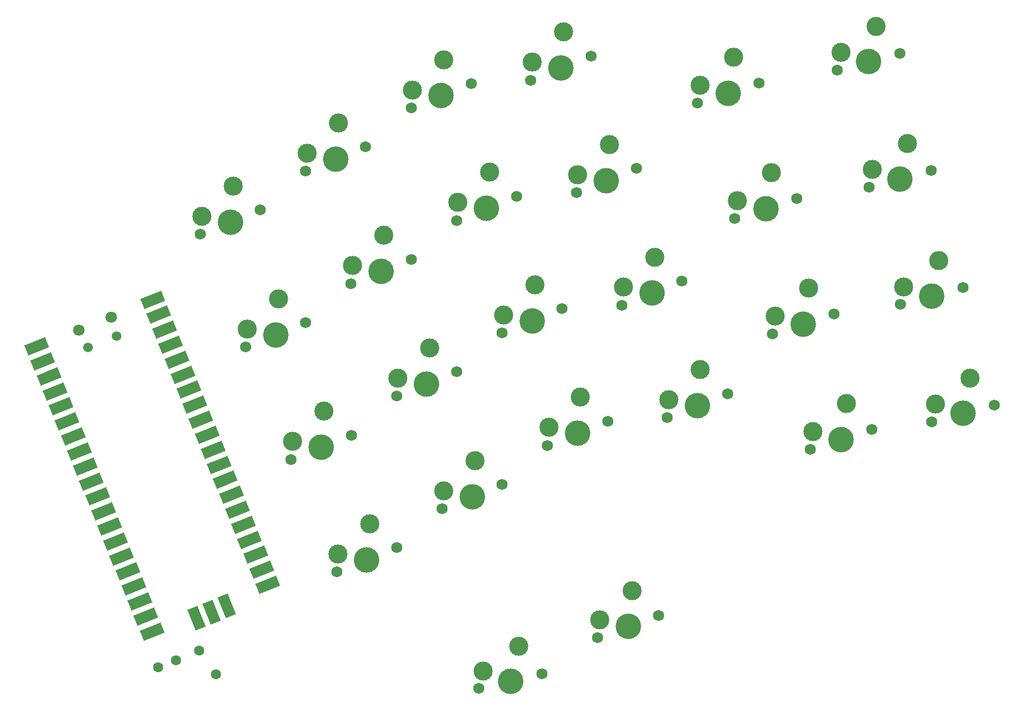
<source format=gbr>
%TF.GenerationSoftware,KiCad,Pcbnew,9.0.5*%
%TF.CreationDate,2025-10-09T16:26:15-06:00*%
%TF.ProjectId,ergo-kola (another copy),6572676f-2d6b-46f6-9c61-2028616e6f74,rev?*%
%TF.SameCoordinates,Original*%
%TF.FileFunction,Soldermask,Top*%
%TF.FilePolarity,Negative*%
%FSLAX46Y46*%
G04 Gerber Fmt 4.6, Leading zero omitted, Abs format (unit mm)*
G04 Created by KiCad (PCBNEW 9.0.5) date 2025-10-09 16:26:15*
%MOMM*%
%LPD*%
G01*
G04 APERTURE LIST*
G04 Aperture macros list*
%AMHorizOval*
0 Thick line with rounded ends*
0 $1 width*
0 $2 $3 position (X,Y) of the first rounded end (center of the circle)*
0 $4 $5 position (X,Y) of the second rounded end (center of the circle)*
0 Add line between two ends*
20,1,$1,$2,$3,$4,$5,0*
0 Add two circle primitives to create the rounded ends*
1,1,$1,$2,$3*
1,1,$1,$4,$5*%
%AMRotRect*
0 Rectangle, with rotation*
0 The origin of the aperture is its center*
0 $1 length*
0 $2 width*
0 $3 Rotation angle, in degrees counterclockwise*
0 Add horizontal line*
21,1,$1,$2,0,0,$3*%
G04 Aperture macros list end*
%ADD10C,1.750000*%
%ADD11C,3.000000*%
%ADD12C,4.000000*%
%ADD13C,1.600000*%
%ADD14HorizOval,1.800000X0.000000X0.000000X0.000000X0.000000X0*%
%ADD15HorizOval,1.500000X0.000000X0.000000X0.000000X0.000000X0*%
%ADD16HorizOval,1.700000X0.000000X0.000000X0.000000X0.000000X0*%
%ADD17RotRect,3.500000X1.700000X22.000000*%
%ADD18RotRect,1.700000X1.700000X22.000000*%
%ADD19RotRect,3.500000X1.700000X112.000000*%
G04 APERTURE END LIST*
D10*
%TO.C,SW30*%
X327014299Y-80865964D03*
D11*
X327437238Y-78057829D03*
D12*
X331845666Y-79296158D03*
D11*
X332691543Y-73679888D03*
D10*
X336677033Y-77726352D03*
%TD*%
%TO.C,SW38*%
X351989227Y-94617472D03*
D11*
X352558552Y-91835320D03*
D12*
X356896130Y-93302671D03*
D11*
X358034781Y-87738367D03*
D10*
X361803033Y-91987870D03*
%TD*%
D13*
%TO.C,J2*%
X239710022Y-134262772D03*
X237134569Y-130557770D03*
X233425833Y-132056196D03*
X230644282Y-133180016D03*
%TD*%
D10*
%TO.C,SW8*%
X270330739Y-45359023D03*
D11*
X270556762Y-42528226D03*
D12*
X275040833Y-43456022D03*
D11*
X275492878Y-37794427D03*
D10*
X279750927Y-41553021D03*
%TD*%
%TO.C,SW28*%
X284603246Y-80684733D03*
D11*
X284829269Y-77853936D03*
D12*
X289313340Y-78781732D03*
D11*
X289765385Y-73120137D03*
D10*
X294023434Y-76878731D03*
%TD*%
%TO.C,SW10*%
X253794653Y-55284149D03*
D11*
X254020677Y-52453352D03*
D12*
X258504747Y-53381148D03*
D11*
X258956791Y-47719553D03*
D10*
X263214841Y-51478147D03*
%TD*%
%TO.C,SW40*%
X291739510Y-98347588D03*
D11*
X291965533Y-95516791D03*
D12*
X296449604Y-96444587D03*
D11*
X296901649Y-90782992D03*
D10*
X301159698Y-94541586D03*
%TD*%
%TO.C,SW22*%
X260930916Y-72947004D03*
D11*
X261156940Y-70116207D03*
D12*
X265641010Y-71044003D03*
D11*
X266093054Y-65382408D03*
D10*
X270351104Y-69141002D03*
%TD*%
%TO.C,SW44*%
X251531094Y-100534985D03*
D11*
X251757118Y-97704188D03*
D12*
X256241188Y-98631984D03*
D11*
X256693233Y-92970389D03*
D10*
X260951282Y-96728983D03*
%TD*%
%TO.C,SW42*%
X332901072Y-98983581D03*
D11*
X333324011Y-96175446D03*
D12*
X337732439Y-97413775D03*
D11*
X338578316Y-91797505D03*
D10*
X342563806Y-95843969D03*
%TD*%
%TO.C,SW18*%
X321127526Y-62748327D03*
D11*
X321550464Y-59940193D03*
D12*
X325958892Y-61178522D03*
D11*
X326804769Y-55562252D03*
D10*
X330790258Y-59608717D03*
%TD*%
%TO.C,SW48*%
X258667357Y-118197841D03*
D11*
X258893381Y-115367044D03*
D12*
X263377451Y-116294840D03*
D11*
X263829496Y-110633245D03*
D10*
X268087545Y-114391839D03*
%TD*%
%TO.C,SW34*%
X268067179Y-90609859D03*
D11*
X268293202Y-87779062D03*
D12*
X272777273Y-88706858D03*
D11*
X273229318Y-83045263D03*
D10*
X277487367Y-86803857D03*
%TD*%
%TO.C,SW46*%
X275203424Y-108272714D03*
D11*
X275429447Y-105441917D03*
D12*
X279913518Y-106369713D03*
D11*
X280365563Y-100708118D03*
D10*
X284623612Y-104466712D03*
%TD*%
%TO.C,SW26*%
X347058725Y-76216581D03*
D11*
X347628050Y-73434429D03*
D12*
X351965628Y-74901780D03*
D11*
X353104280Y-69337476D03*
D10*
X356872531Y-73586979D03*
%TD*%
%TO.C,SW32*%
X244394849Y-82872130D03*
D11*
X244620873Y-80041333D03*
D12*
X249104943Y-80969129D03*
D11*
X249556988Y-75307534D03*
D10*
X253815037Y-79066128D03*
%TD*%
%TO.C,SW4*%
X289120363Y-41011641D03*
D11*
X289346387Y-38180844D03*
D12*
X293830457Y-39108640D03*
D11*
X294282501Y-33447045D03*
D10*
X298540551Y-37205639D03*
%TD*%
%TO.C,SW12*%
X342128223Y-57815691D03*
D11*
X342697548Y-55033539D03*
D12*
X347035126Y-56500890D03*
D11*
X348173777Y-50936586D03*
D10*
X351942029Y-55186089D03*
%TD*%
D14*
%TO.C,U2*%
X218226866Y-80272856D03*
D15*
X219640079Y-82969842D03*
X224136921Y-81153001D03*
D14*
X223280018Y-78231251D03*
D16*
X212462078Y-82461772D03*
D17*
X211627613Y-82798918D03*
D16*
X213413579Y-84816819D03*
D17*
X212579114Y-85153965D03*
D18*
X214365080Y-87171866D03*
D17*
X213530615Y-87509012D03*
D16*
X215316581Y-89526913D03*
D17*
X214482116Y-89864059D03*
D16*
X216268081Y-91881960D03*
D17*
X215433616Y-92219106D03*
D16*
X217219582Y-94237007D03*
D17*
X216385117Y-94574153D03*
D16*
X218171083Y-96592054D03*
D17*
X217336618Y-96929200D03*
D18*
X219122584Y-98947101D03*
D17*
X218288119Y-99284247D03*
D16*
X220074084Y-101302148D03*
D17*
X219239619Y-101639294D03*
D16*
X221025585Y-103657195D03*
D17*
X220191120Y-103994341D03*
D16*
X221977086Y-106012242D03*
D17*
X221142621Y-106349388D03*
D16*
X222928587Y-108367289D03*
D17*
X222094122Y-108704435D03*
D18*
X223880087Y-110722336D03*
D17*
X223045622Y-111059482D03*
D16*
X224831588Y-113077383D03*
D17*
X223997123Y-113414529D03*
D16*
X225783089Y-115432430D03*
D17*
X224948624Y-115769576D03*
D16*
X226734590Y-117787477D03*
D17*
X225900125Y-118124623D03*
D16*
X227686090Y-120142524D03*
D17*
X226851625Y-120479670D03*
D18*
X228637591Y-122497571D03*
D17*
X227803126Y-122834717D03*
D16*
X229589092Y-124852618D03*
D17*
X228754627Y-125189764D03*
D16*
X230540593Y-127207665D03*
D17*
X229706128Y-127544811D03*
D16*
X247025922Y-120547160D03*
D17*
X247860387Y-120210014D03*
D16*
X246074421Y-118192113D03*
D17*
X246908886Y-117854967D03*
D18*
X245122920Y-115837066D03*
D17*
X245957385Y-115499920D03*
D16*
X244171419Y-113482019D03*
D17*
X245005884Y-113144873D03*
D16*
X243219919Y-111126972D03*
D17*
X244054384Y-110789826D03*
D16*
X242268418Y-108771925D03*
D17*
X243102883Y-108434779D03*
D16*
X241316917Y-106416878D03*
D17*
X242151382Y-106079732D03*
D18*
X240365416Y-104061831D03*
D17*
X241199881Y-103724685D03*
D16*
X239413916Y-101706784D03*
D17*
X240248381Y-101369638D03*
D16*
X238462415Y-99351737D03*
D17*
X239296880Y-99014591D03*
D16*
X237510914Y-96996690D03*
D17*
X238345379Y-96659544D03*
D16*
X236559413Y-94641643D03*
D17*
X237393878Y-94304497D03*
D18*
X235607913Y-92286596D03*
D17*
X236442378Y-91949450D03*
D16*
X234656412Y-89931549D03*
D17*
X235490877Y-89594403D03*
D16*
X233704911Y-87576502D03*
D17*
X234539376Y-87239356D03*
D16*
X232753410Y-85221455D03*
D17*
X233587875Y-84884309D03*
D16*
X231801910Y-82866408D03*
D17*
X232636375Y-82529262D03*
D18*
X230850409Y-80511361D03*
D17*
X231684874Y-80174215D03*
D16*
X229898908Y-78156314D03*
D17*
X230733373Y-77819168D03*
D16*
X228947407Y-75801267D03*
D17*
X229781872Y-75464121D03*
D16*
X236342051Y-124615661D03*
D19*
X236679197Y-125450126D03*
D18*
X238697098Y-123664160D03*
D19*
X239034244Y-124498625D03*
D16*
X241052146Y-122712659D03*
D19*
X241389292Y-123547124D03*
%TD*%
D10*
%TO.C,SW50*%
X299600822Y-128502753D03*
D11*
X299925502Y-125681568D03*
D12*
X304374461Y-126765291D03*
D11*
X305023818Y-121122921D03*
D10*
X309148100Y-125027829D03*
%TD*%
%TO.C,SW52*%
X280962906Y-136485571D03*
D11*
X281628981Y-133724986D03*
D12*
X285912706Y-135342820D03*
D11*
X287244855Y-129821647D03*
D10*
X290862506Y-134200069D03*
%TD*%
%TO.C,SW36*%
X310529134Y-94000207D03*
D11*
X310755157Y-91169410D03*
D12*
X315239228Y-92097206D03*
D11*
X315691273Y-86435611D03*
D10*
X319949322Y-90194205D03*
%TD*%
%TO.C,SW2*%
X337197721Y-39414800D03*
D11*
X337767046Y-36632649D03*
D12*
X342104624Y-38100000D03*
D11*
X343243274Y-32535696D03*
D10*
X347011527Y-36785200D03*
%TD*%
%TO.C,SW20*%
X237258587Y-65209274D03*
D11*
X237484610Y-62378478D03*
D12*
X241968680Y-63306274D03*
D11*
X242420725Y-57644679D03*
D10*
X246678773Y-61403274D03*
%TD*%
%TO.C,SW14*%
X296256626Y-58674496D03*
D11*
X296482649Y-55843699D03*
D12*
X300966720Y-56771495D03*
D11*
X301418765Y-51109900D03*
D10*
X305676814Y-54868494D03*
%TD*%
%TO.C,SW24*%
X303392871Y-76337351D03*
D11*
X303618894Y-73506554D03*
D12*
X308102965Y-74434350D03*
D11*
X308555010Y-68772755D03*
D10*
X312813059Y-72531349D03*
%TD*%
%TO.C,SW16*%
X277467002Y-63021878D03*
D11*
X277693026Y-60191081D03*
D12*
X282177096Y-61118877D03*
D11*
X282629140Y-55457282D03*
D10*
X286887190Y-59215876D03*
%TD*%
%TO.C,SW6*%
X315240752Y-44630710D03*
D11*
X315663690Y-41822576D03*
D12*
X320072118Y-43060905D03*
D11*
X320917995Y-37444635D03*
D10*
X324903484Y-41491100D03*
%TD*%
M02*

</source>
